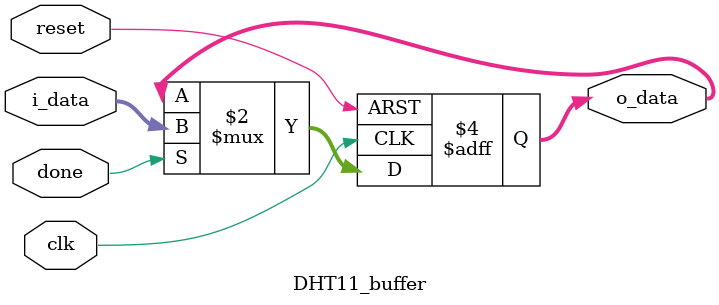
<source format=sv>
`timescale 1ns / 1ps

module DHT11_Periph (
    // global signal
    input  logic        PCLK,
    input  logic        PRESET,
    // APB Interface Signals
    input  logic [ 3:0] PADDR,
    input  logic [31:0] PWDATA,
    input  logic        PWRITE,
    input  logic        PENABLE,
    input  logic        PSEL,
    output logic [31:0] PRDATA,
    output logic        PREADY,
    inout  logic        DATA_IO
);
    logic [39:0] DHT11_data;
    logic finish_int;

  APB_SlaveIntf_DHT11 U_APB_Intf (
      .PCLK      (PCLK),
      .PRESET    (PRESET),
      .PADDR     (PADDR),
      .PWDATA    (PWDATA),
      .PWRITE    (PWRITE),
      .PENABLE   (PENABLE),
      .PSEL      (PSEL),
      .PRDATA    (PRDATA),
      .PREADY    (PREADY),
      .DHT11_data(DHT11_data),
      .finish_int(finish_int)
  );

  DHT11_module U_DHT11_IP (
      .clk          (PCLK),
      .reset        (PRESET),
      .data         (DATA_IO),
      .o_data       (DHT11_data),
      .w_finish_tick(finish_int)
  );
endmodule
 
module APB_SlaveIntf_DHT11 (
    // global signal
    input  logic        PCLK,
    input  logic        PRESET,
    // APB Interface Signals
    input  logic [ 3:0] PADDR,
    input  logic [31:0] PWDATA,
    input  logic        PWRITE,
    input  logic        PENABLE,
    input  logic        PSEL,
    output logic [31:0] PRDATA,
    output logic        PREADY,
    input  logic [39:0] DHT11_data,
    input  logic        finish_int

);
  

  logic [31:0] slv_reg0, slv_reg1;

  always_ff @(posedge PCLK, posedge PRESET) begin
        if (PRESET) begin
            slv_reg0 <= 0;
            slv_reg1 <= 0;
        end else begin
            if(finish_int) begin
                slv_reg0 <= DHT11_data[39:32];
                slv_reg1 <= DHT11_data[23:16];
            end
            if (PSEL && PENABLE) begin
                PREADY <= 1'b1;
                if (PWRITE) begin
                    case (PADDR[3:2])
                        2'd0: ;
                        2'd1: ;
                    endcase
                end else begin
                    // PRDATA <= 32'bx;
                    PRDATA <= 32'd0; //수정
                    case (PADDR[3:2])
                        2'd0: PRDATA <= slv_reg0;
                        2'd1: PRDATA <= slv_reg1;
                    endcase
                end
            end else begin
                PREADY <= 1'b0;
            end
        end
    end
endmodule

module DHT11_buffer (
    input  logic        clk,
    input  logic        reset,
    input  logic        done,
    input  logic [39:0] i_data,
    output logic [39:0] o_data
);
    always_ff @(posedge clk, posedge reset) begin : BUFFER
        if (reset) o_data <= 0;
        else if (done) o_data <= i_data;
    end
endmodule

</source>
